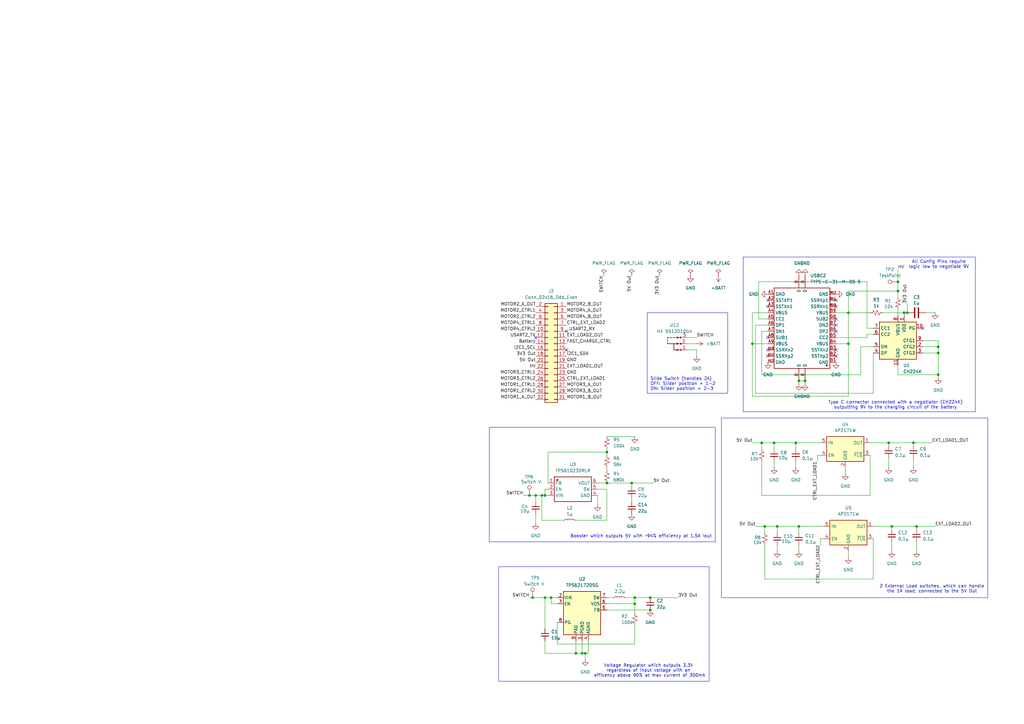
<source format=kicad_sch>
(kicad_sch (version 20250114) (generator "eeschema") (generator_version "9.0")
  (paper "A3")
  (title_block (title "EEE3088F Power Project for Group 37") (date "2025-03-27") (rev "v3.0") (company "University of Cape Town") (comment 4 "@ Author: Anna Lukose"))
  (lib_symbols
    (symbol "Connector:TestPoint" (pin_numbers (hide yes)) (pin_names (offset 0.762) (hide yes))
      (property "Reference" "TP" (at 0 6.858 0))
      (property "Value" "TestPoint" (at 0 5.08 0))
      (symbol "TestPoint_0_1"
        (circle (center 0 3.302) (radius 0.762))
      )
      (symbol "TestPoint_1_1"
        (pin passive line (at 0 0 90) (length 2.54) (name "1") (number "1"))
      )
    )
    (symbol "Connector_Generic:Conn_02x16_Odd_Even" (pin_names (offset 1.016) (hide yes))
      (property "Reference" "J" (at 1.27 20.32 0))
      (property "Value" "Conn_02x16_Odd_Even" (at 1.27 -22.86 0))
      (symbol "Conn_02x16_Odd_Even_1_1"
        (rectangle (start -1.27 19.05) (end 3.81 -21.59) (stroke (width 0.254)) (fill (type background)))
        (rectangle (start -1.27 17.907) (end 0 17.653) (stroke (width 0.1524)))
        (rectangle (start -1.27 15.367) (end 0 15.113) (stroke (width 0.1524)))
        (rectangle (start -1.27 12.827) (end 0 12.573) (stroke (width 0.1524)))
        (rectangle (start -1.27 10.287) (end 0 10.033) (stroke (width 0.1524)))
        (rectangle (start -1.27 7.747) (end 0 7.493) (stroke (width 0.1524)))
        (rectangle (start -1.27 5.207) (end 0 4.953) (stroke (width 0.1524)))
        (rectangle (start -1.27 2.667) (end 0 2.413) (stroke (width 0.1524)))
        (rectangle (start -1.27 0.127) (end 0 -0.127) (stroke (width 0.1524)))
        (rectangle (start -1.27 -2.413) (end 0 -2.667) (stroke (width 0.1524)))
        (rectangle (start -1.27 -4.953) (end 0 -5.207) (stroke (width 0.1524)))
        (rectangle (start -1.27 -7.493) (end 0 -7.747) (stroke (width 0.1524)))
        (rectangle (start -1.27 -10.033) (end 0 -10.287) (stroke (width 0.1524)))
        (rectangle (start -1.27 -12.573) (end 0 -12.827) (stroke (width 0.1524)))
        (rectangle (start -1.27 -15.113) (end 0 -15.367) (stroke (width 0.1524)))
        (rectangle (start -1.27 -17.653) (end 0 -17.907) (stroke (width 0.1524)))
        (rectangle (start -1.27 -20.193) (end 0 -20.447) (stroke (width 0.1524)))
        (rectangle (start 3.81 17.907) (end 2.54 17.653) (stroke (width 0.1524)))
        (rectangle (start 3.81 15.367) (end 2.54 15.113) (stroke (width 0.1524)))
        (rectangle (start 3.81 12.827) (end 2.54 12.573) (stroke (width 0.1524)))
        (rectangle (start 3.81 10.287) (end 2.54 10.033) (stroke (width 0.1524)))
        (rectangle (start 3.81 7.747) (end 2.54 7.493) (stroke (width 0.1524)))
        (rectangle (start 3.81 5.207) (end 2.54 4.953) (stroke (width 0.1524)))
        (rectangle (start 3.81 2.667) (end 2.54 2.413) (stroke (width 0.1524)))
        (rectangle (start 3.81 0.127) (end 2.54 -0.127) (stroke (width 0.1524)))
        (rectangle (start 3.81 -2.413) (end 2.54 -2.667) (stroke (width 0.1524)))
        (rectangle (start 3.81 -4.953) (end 2.54 -5.207) (stroke (width 0.1524)))
        (rectangle (start 3.81 -7.493) (end 2.54 -7.747) (stroke (width 0.1524)))
        (rectangle (start 3.81 -10.033) (end 2.54 -10.287) (stroke (width 0.1524)))
        (rectangle (start 3.81 -12.573) (end 2.54 -12.827) (stroke (width 0.1524)))
        (rectangle (start 3.81 -15.113) (end 2.54 -15.367) (stroke (width 0.1524)))
        (rectangle (start 3.81 -17.653) (end 2.54 -17.907) (stroke (width 0.1524)))
        (rectangle (start 3.81 -20.193) (end 2.54 -20.447) (stroke (width 0.1524)))
        (pin passive line (at -5.08 17.78 0) (length 3.81) (name "Pin_1") (number "1"))
        (pin passive line (at -5.08 15.24 0) (length 3.81) (name "Pin_3") (number "3"))
        (pin passive line (at -5.08 12.7 0) (length 3.81) (name "Pin_5") (number "5"))
        (pin passive line (at -5.08 10.16 0) (length 3.81) (name "Pin_7") (number "7"))
        (pin passive line (at -5.08 7.62 0) (length 3.81) (name "Pin_9") (number "9"))
        (pin passive line (at -5.08 5.08 0) (length 3.81) (name "Pin_11") (number "11"))
        (pin passive line (at -5.08 2.54 0) (length 3.81) (name "Pin_13") (number "13"))
        (pin passive line (at -5.08 0 0) (length 3.81) (name "Pin_15") (number "15"))
        (pin passive line (at -5.08 -2.54 0) (length 3.81) (name "Pin_17") (number "17"))
        (pin passive line (at -5.08 -5.08 0) (length 3.81) (name "Pin_19") (number "19"))
        (pin passive line (at -5.08 -7.62 0) (length 3.81) (name "Pin_21") (number "21"))
        (pin passive line (at -5.08 -10.16 0) (length 3.81) (name "Pin_23") (number "23"))
        (pin passive line (at -5.08 -12.7 0) (length 3.81) (name "Pin_25") (number "25"))
        (pin passive line (at -5.08 -15.24 0) (length 3.81) (name "Pin_27") (number "27"))
        (pin passive line (at -5.08 -17.78 0) (length 3.81) (name "Pin_29") (number "29"))
        (pin passive line (at -5.08 -20.32 0) (length 3.81) (name "Pin_31") (number "31"))
        (pin passive line (at 7.62 17.78 180) (length 3.81) (name "Pin_2") (number "2"))
        (pin passive line (at 7.62 15.24 180) (length 3.81) (name "Pin_4") (number "4"))
        (pin passive line (at 7.62 12.7 180) (length 3.81) (name "Pin_6") (number "6"))
        (pin passive line (at 7.62 10.16 180) (length 3.81) (name "Pin_8") (number "8"))
        (pin passive line (at 7.62 7.62 180) (length 3.81) (name "Pin_10") (number "10"))
        (pin passive line (at 7.62 5.08 180) (length 3.81) (name "Pin_12") (number "12"))
        (pin passive line (at 7.62 2.54 180) (length 3.81) (name "Pin_14") (number "14"))
        (pin passive line (at 7.62 0 180) (length 3.81) (name "Pin_16") (number "16"))
        (pin passive line (at 7.62 -2.54 180) (length 3.81) (name "Pin_18") (number "18"))
        (pin passive line (at 7.62 -5.08 180) (length 3.81) (name "Pin_20") (number "20"))
        (pin passive line (at 7.62 -7.62 180) (length 3.81) (name "Pin_22") (number "22"))
        (pin passive line (at 7.62 -10.16 180) (length 3.81) (name "Pin_24") (number "24"))
        (pin passive line (at 7.62 -12.7 180) (length 3.81) (name "Pin_26") (number "26"))
        (pin passive line (at 7.62 -15.24 180) (length 3.81) (name "Pin_28") (number "28"))
        (pin passive line (at 7.62 -17.78 180) (length 3.81) (name "Pin_30") (number "30"))
        (pin passive line (at 7.62 -20.32 180) (length 3.81) (name "Pin_32") (number "32"))
      )
    )
    (symbol "Device:C" (pin_numbers (hide yes)) (pin_names (offset 0.254))
      (property "Reference" "C" (at 0.635 2.54 0))
      (property "Value" "C" (at 0.635 -2.54 0))
      (symbol "C_0_1"
        (polyline (pts (xy -2.032 0.762) (xy 2.032 0.762)) (stroke (width 0.508)))
        (polyline (pts (xy -2.032 -0.762) (xy 2.032 -0.762)) (stroke (width 0.508)))
      )
      (symbol "C_1_1"
        (pin passive line (at 0 3.81 270) (length 2.794) (name "~") (number "1"))
        (pin passive line (at 0 -3.81 90) (length 2.794) (name "~") (number "2"))
      )
    )
    (symbol "Device:C_Small" (pin_numbers (hide yes)) (pin_names (offset 0.254) (hide yes))
      (property "Reference" "C" (at 0.254 1.778 0))
      (property "Value" "C_Small" (at 0.254 -2.032 0))
      (symbol "C_Small_0_1"
        (polyline (pts (xy -1.524 0.508) (xy 1.524 0.508)) (stroke (width 0.3048)))
        (polyline (pts (xy -1.524 -0.508) (xy 1.524 -0.508)) (stroke (width 0.3302)))
      )
      (symbol "C_Small_1_1"
        (pin passive line (at 0 2.54 270) (length 2.032) (name "~") (number "1"))
        (pin passive line (at 0 -2.54 90) (length 2.032) (name "~") (number "2"))
      )
    )
    (symbol "Device:L_Small" (pin_numbers (hide yes)) (pin_names (offset 0.254) (hide yes))
      (property "Reference" "L" (at 0.762 1.016 0))
      (property "Value" "L_Small" (at 0.762 -1.016 0))
      (symbol "L_Small_0_1"
        (arc (start 0 2.032) (mid 0.5058 1.524) (end 0 1.016))
        (arc (start 0 1.016) (mid 0.5058 0.508) (end 0 0))
        (arc (start 0 0) (mid 0.5058 -0.508) (end 0 -1.016))
        (arc (start 0 -1.016) (mid 0.5058 -1.524) (end 0 -2.032))
      )
      (symbol "L_Small_1_1"
        (pin passive line (at 0 2.54 270) (length 0.508) (name "~") (number "1"))
        (pin passive line (at 0 -2.54 90) (length 0.508) (name "~") (number "2"))
      )
    )
    (symbol "Device:R_Small_US" (pin_numbers (hide yes)) (pin_names (offset 0.254) (hide yes))
      (property "Reference" "R" (at 0.762 0.508 0))
      (property "Value" "R_Small_US" (at 0.762 -1.016 0))
      (symbol "R_Small_US_1_1"
        (polyline (pts (xy 0 1.524) (xy 1.016 1.143) (xy 0 0.762) (xy -1.016 0.381) (xy 0 0)))
        (polyline (pts (xy 0 0) (xy 1.016 -0.381) (xy 0 -0.762) (xy -1.016 -1.143) (xy 0 -1.524)))
        (pin passive line (at 0 2.54 270) (length 1.016) (name "~") (number "1"))
        (pin passive line (at 0 -2.54 90) (length 1.016) (name "~") (number "2"))
      )
    )
    (symbol "Interface_USB:CH224K"
      (property "Reference" "U" (at -7.874 -8.89 0))
      (property "Value" "CH224K" (at 3.048 -8.89 0))
      (symbol "CH224K_1_1"
        (rectangle (start -7.62 7.62) (end 7.62 -7.62) (stroke (width 0.254)) (fill (type background)))
        (pin bidirectional line (at -10.16 5.08 0) (length 2.54) (name "CC1") (number "7"))
        (pin bidirectional line (at -10.16 2.54 0) (length 2.54) (name "CC2") (number "6"))
        (pin bidirectional line (at -10.16 -2.54 0) (length 2.54) (name "DM") (number "5"))
        (pin bidirectional line (at -10.16 -5.08 0) (length 2.54) (name "DP") (number "4"))
        (pin passive line (at 0 10.16 270) (length 2.54) (name "VBUS") (number "8"))
        (pin power_in line (at 0 -10.16 90) (length 2.54) (name "GND") (number "11"))
        (pin power_in line (at 2.54 10.16 270) (length 2.54) (name "VDD") (number "1"))
        (pin open_collector line (at 10.16 5.08 180) (length 2.54) (name "PG") (number "10"))
        (pin passive line (at 10.16 0 180) (length 2.54) (name "CFG1") (number "9"))
        (pin passive line (at 10.16 -2.54 180) (length 2.54) (name "CFG2") (number "2"))
        (pin passive line (at 10.16 -5.08 180) (length 2.54) (name "CFG3") (number "3"))
      )
    )
    (symbol "Power_Management:AP2171W"
      (property "Reference" "U" (at -7.62 -6.35 0))
      (property "Value" "AP2171W" (at -7.62 6.35 0))
      (symbol "AP2171W_0_1"
        (rectangle (start -7.62 5.08) (end 7.62 -5.08) (stroke (width 0.254)) (fill (type background)))
      )
      (symbol "AP2171W_1_1"
        (pin power_in line (at -10.16 2.54 0) (length 2.54) (name "IN") (number "5"))
        (pin input line (at -10.16 -2.54 0) (length 2.54) (name "EN") (number "4"))
        (pin power_in line (at 0 -7.62 90) (length 2.54) (name "GND") (number "2"))
        (pin power_out line (at 10.16 2.54 180) (length 2.54) (name "OUT") (number "1"))
        (pin open_collector line (at 10.16 -2.54 180) (length 2.54) (name "~{FLG}") (number "3"))
      )
    )
    (symbol "Regulator_Switching:TPS62172DSG" (pin_names (offset 0.254))
      (property "Reference" "U" (at -7.62 11.43 0))
      (property "Value" "TPS62172DSG" (at -1.27 11.43 0))
      (symbol "TPS62172DSG_0_1"
        (rectangle (start -7.62 10.16) (end 7.62 -7.62) (stroke (width 0.254)) (fill (type background)))
      )
      (symbol "TPS62172DSG_1_1"
        (pin power_in line (at -10.16 7.62 0) (length 2.54) (name "VIN") (number "2"))
        (pin input line (at -10.16 5.08 0) (length 2.54) (name "EN") (number "3"))
        (pin open_collector line (at -10.16 -2.54 0) (length 2.54) (name "PG") (number "8"))
        (pin power_in line (at -2.54 -10.16 90) (length 2.54) (name "PAD") (number "9"))
        (pin power_in line (at 0 -10.16 90) (length 2.54) (name "PGND") (number "1"))
        (pin power_in line (at 2.54 -10.16 90) (length 2.54) (name "AGND") (number "4"))
        (pin output line (at 10.16 7.62 180) (length 2.54) (name "SW") (number "7"))
        (pin input line (at 10.16 5.08 180) (length 2.54) (name "VOS") (number "6"))
        (pin input line (at 10.16 2.54 180) (length 2.54) (name "FB") (number "5"))
      )
    )
    (symbol "SCHLIB_HX-SS12D10G4_2025-03-27:HX SS12D10G4"
      (property "Reference" "U?" (at 0 0 0))
      (property "Value" "HX SS12D10G4" (at 0 0 0))
      (symbol "HX SS12D10G4_0_0"
        (polyline (pts (xy -3.048 2.54) (xy -2.54 2.54)) (stroke (width 0.254)))
        (polyline (pts (xy -3.048 2.032) (xy -3.048 2.54)) (stroke (width 0.254)))
        (polyline (pts (xy -3.048 1.016) (xy -3.048 1.524)) (stroke (width 0.254)))
        (polyline (pts (xy -3.048 0) (xy -3.048 0.508)) (stroke (width 0.254)))
        (polyline (pts (xy -2.032 2.54) (xy -1.27 2.54)) (stroke (width 0.254)))
        (polyline (pts (xy -0.762 2.54) (xy 0 2.54)) (stroke (width 0.254)))
        (polyline (pts (xy -0.508 0) (xy -3.048 0)) (stroke (width 0.254)))
        (polyline (pts (xy 0.508 2.54) (xy 1.27 2.54)) (stroke (width 0.254)))
        (polyline (pts (xy 1.27 2.54) (xy 1.524 2.54)) (stroke (width 0.254)))
        (polyline (pts (xy 1.524 2.54) (xy 0.762 2.794)) (stroke (width 0.254)))
        (polyline (pts (xy 1.524 2.54) (xy 0.762 2.286)) (stroke (width 0.254)))
        (polyline (pts (xy 1.524 0) (xy 0.762 0.254)) (stroke (width 0.254)))
        (polyline (pts (xy 1.524 0) (xy 0.762 -0.254)) (stroke (width 0.254)))
        (polyline (pts (xy 1.524 -2.54) (xy 0.762 -2.286)) (stroke (width 0.254)))
        (polyline (pts (xy 1.524 -2.54) (xy 0.762 -2.794)) (stroke (width 0.254)))
        (polyline (pts (xy 1.524 -2.54) (xy -0.508 -2.54) (xy -0.508 0) (xy 1.524 0)) (stroke (width 0.254)))
        (circle (center 2.286 2.54) (radius 0.254) (stroke (width 0.254)))
        (circle (center 2.286 0) (radius 0.254) (stroke (width 0.254)))
        (circle (center 2.286 -2.54) (radius 0.254) (stroke (width 0.254)))
        (pin unspecified line (at 5.08 2.54 180) (length 2.54) (name "3") (number "3"))
        (pin unspecified line (at 5.08 0 180) (length 3.048) (name "2") (number "2"))
        (pin unspecified line (at 5.08 -2.54 180) (length 2.54) (name "1") (number "1"))
      )
    )
    (symbol "SCHLIB_TPS61023DRLR_2025-03-27:TPS61023DRLR"
      (property "Reference" "U?" (at 0 0 0))
      (property "Value" "TPS61023DRLR" (at 0 0 0))
      (symbol "TPS61023DRLR_0_0"
        (rectangle (start -7.62 5.08) (end 7.62 -5.08) (stroke (width 0.254)))
        (circle (center -6.35 3.81) (radius 0.254) (stroke (width 0.254)) (fill (type outline)))
        (pin unspecified line (at -10.16 2.54 0) (length 2.54) (name "FB") (number "1"))
        (pin unspecified line (at -10.16 0 0) (length 2.54) (name "EN") (number "2"))
        (pin unspecified line (at -10.16 -2.54 0) (length 2.54) (name "VIN") (number "3"))
        (pin unspecified line (at 10.16 2.54 180) (length 2.54) (name "VOUT") (number "6"))
        (pin unspecified line (at 10.16 0 180) (length 2.54) (name "SW") (number "5"))
        (pin unspecified line (at 10.16 -2.54 180) (length 2.54) (name "GND") (number "4"))
      )
    )
    (symbol "SCHLIB_TYPE-C-31-M-05-5_2025-03-28:TYPE-C-31-M-05 5"
      (property "Reference" "USBC?" (at 0 0 0))
      (property "Value" "TYPE-C-31-M-05 5" (at 0 0 0))
      (symbol "TYPE-C-31-M-05 5_0_0"
        (rectangle (start -11.43 16.51) (end 11.43 -16.51) (stroke (width 0.254)))
        (circle (center 10.16 -15.24) (radius 0.254) (stroke (width 0.254)) (fill (type outline)))
        (pin unspecified line (at -13.97 13.97 0) (length 2.54) (name "GND") (number "A1"))
        (pin unspecified line (at -13.97 11.43 0) (length 2.54) (name "SSTXP1") (number "A2"))
        (pin unspecified line (at -13.97 8.89 0) (length 2.54) (name "SSTXn1") (number "A3"))
        (pin unspecified line (at -13.97 6.35 0) (length 2.54) (name "VBUS") (number "A4"))
        (pin unspecified line (at -13.97 3.81 0) (length 2.54) (name "CC1") (number "A5"))
        (pin unspecified line (at -13.97 1.27 0) (length 2.54) (name "DP1") (number "A6"))
        (pin unspecified line (at -13.97 -1.27 0) (length 2.54) (name "DN1") (number "A7"))
        (pin unspecified line (at -13.97 -3.81 0) (length 2.54) (name "SUB1") (number "A8"))
        (pin unspecified line (at -13.97 -6.35 0) (length 2.54) (name "VBUS") (number "A9"))
        (pin unspecified line (at -13.97 -8.89 0) (length 2.54) (name "SSRXn2") (number "A10"))
        (pin unspecified line (at -13.97 -11.43 0) (length 2.54) (name "SSRXp2") (number "A11"))
        (pin unspecified line (at -13.97 -13.97 0) (length 2.54) (name "GND") (number "A12"))
        (pin unspecified line (at -1.27 21.59 270) (length 5.08) (name "0") (number "0"))
        (pin unspecified line (at -1.27 -21.59 90) (length 5.08) (name "0") (number "0"))
        (pin unspecified line (at 1.27 21.59 270) (length 5.08) (name "0") (number "0"))
        (pin unspecified line (at 1.27 -21.59 90) (length 5.08) (name "0") (number "0"))
        (pin unspecified line (at 13.97 13.97 180) (length 2.54) (name "GND") (number "B12"))
        (pin unspecified line (at 13.97 11.43 180) (length 2.54) (name "SSRXp1") (number "B11"))
        (pin unspecified line (at 13.97 8.89 180) (length 2.54) (name "SSRXn1") (number "B10"))
        (pin unspecified line (at 13.97 6.35 180) (length 2.54) (name "VBUS") (number "B9"))
        (pin unspecified line (at 13.97 3.81 180) (length 2.54) (name "SUB2") (number "B8"))
        (pin unspecified line (at 13.97 1.27 180) (length 2.54) (name "DN2") (number "B7"))
        (pin unspecified line (at 13.97 -1.27 180) (length 2.54) (name "DP2") (number "B6"))
        (pin unspecified line (at 13.97 -3.81 180) (length 2.54) (name "CC2") (number "B5"))
        (pin unspecified line (at 13.97 -6.35 180) (length 2.54) (name "VBUS") (number "B4"))
        (pin unspecified line (at 13.97 -8.89 180) (length 2.54) (name "SSTXn2") (number "B3"))
        (pin unspecified line (at 13.97 -11.43 180) (length 2.54) (name "SSTXp2") (number "B2"))
        (pin unspecified line (at 13.97 -13.97 180) (length 2.54) (name "GND") (number "B1"))
      )
    )
    (symbol "power:+BATT" (power) (pin_numbers (hide yes)) (pin_names (offset 0) (hide yes))
      (property "Value" "+BATT" (at 0 3.556 0))
      (symbol "+BATT_0_1"
        (polyline (pts (xy -0.762 1.27) (xy 0 2.54)))
        (polyline (pts (xy 0 2.54) (xy 0.762 1.27)))
        (polyline (pts (xy 0 0) (xy 0 2.54)))
      )
      (symbol "+BATT_1_1"
        (pin power_in line (at 0 0 90) (length 0) (name "~") (number "1"))
      )
    )
    (symbol "power:GND" (power) (pin_numbers (hide yes)) (pin_names (offset 0) (hide yes))
      (property "Value" "GND" (at 0 -3.81 0))
      (symbol "GND_0_1"
        (polyline (pts (xy 0 0) (xy 0 -1.27) (xy 1.27 -1.27) (xy 0 -2.54) (xy -1.27 -1.27) (xy 0 -1.27)))
      )
      (symbol "GND_1_1"
        (pin power_in line (at 0 0 270) (length 0) (name "~") (number "1"))
      )
    )
    (symbol "power:PWR_FLAG" (power) (pin_numbers (hide yes)) (pin_names (offset 0) (hide yes))
      (property "Value" "PWR_FLAG" (at 0 3.81 0))
      (symbol "PWR_FLAG_0_0"
        (pin power_out line (at 0 0 90) (length 0) (name "~") (number "1"))
      )
      (symbol "PWR_FLAG_0_1"
        (polyline (pts (xy 0 0) (xy 0 1.27) (xy -1.016 1.905) (xy 0 2.54) (xy 1.016 1.905) (xy 0 1.27)))
      )
    )
  )
  (rectangle (start 265.43 128.27) (end 298.45 161.29))
  (rectangle (start 295.91 171.45) (end 405.13 245.11))
  (rectangle (start 200.66 175.26) (end 293.37 222.25))
  (rectangle (start 304.8 105.41) (end 400.05 168.91))
  (rectangle (start 204.47 232.41) (end 290.83 279.4))
  (text "Voltage Regulator which outputs 3.3V \nregardless of input voltage with an \nefficency above 90% at max current of 300mA" (at 266.446 275.082 0) (effects (font (size 1.27 1.27))))
  (text "All Config Pins require\nlogic low to negotiate 9V" (at 385.064 108.458 0) (effects (font (size 1.27 1.27))))
  (text "Type C connector connected with a negotiator (CH224K)\noutputting 9V to the charging circuit of the battery\n" (at 367.284 166.116 0) (effects (font (size 1.27 1.27))))
  (text "Slide Switch (handles 2A)\nOFF: Slider position = 1-2\nON: Slider position = 2-3" (at 266.7 157.48 0) (effects (font (size 1.27 1.27)) (justify left)))
  (text "2 External Load switches, which can handle\nthe 1A load, connected to the 5V Out" (at 382.27 241.554 0) (effects (font (size 1.27 1.27))))
  (text "Booster which outputs 5V with ~94% efficiency at 1.5A Iout" (at 262.89 219.964 0) (effects (font (size 1.27 1.27))))
  (junction (at 260.35 247.65))
  (junction (at 368.3 115.57))
  (junction (at 219.71 203.2))
  (junction (at 375.92 215.9))
  (junction (at 372.11 128.27))
  (junction (at 347.98 140.97))
  (junction (at 236.22 267.97))
  (junction (at 218.44 245.11))
  (junction (at 368.3 119.38))
  (junction (at 238.76 267.97))
  (junction (at 248.92 185.42))
  (junction (at 226.06 245.11))
  (junction (at 317.5 181.61))
  (junction (at 318.77 215.9))
  (junction (at 327.66 156.21))
  (junction (at 217.17 203.2))
  (junction (at 312.42 181.61))
  (junction (at 266.7 245.11))
  (junction (at 365.76 215.9))
  (junction (at 222.25 203.2))
  (junction (at 330.2 156.21))
  (junction (at 308.61 140.97))
  (junction (at 384.81 142.24))
  (junction (at 374.65 181.61))
  (junction (at 326.39 181.61))
  (junction (at 384.81 144.78))
  (junction (at 370.84 128.27))
  (junction (at 240.03 267.97))
  (junction (at 260.35 245.11))
  (junction (at 364.49 181.61))
  (junction (at 259.08 198.12))
  (junction (at 313.69 215.9))
  (junction (at 266.7 250.19))
  (junction (at 248.92 198.12))
  (junction (at 223.52 245.11))
  (junction (at 223.52 203.2))
  (junction (at 384.81 153.67))
  (junction (at 327.66 215.9))
  (junction (at 347.98 128.27))
  (no_connect (at 342.9 143.51))
  (no_connect (at 314.96 125.73))
  (no_connect (at 232.41 143.51))
  (no_connect (at 219.71 138.43))
  (no_connect (at 314.96 146.05))
  (no_connect (at 342.9 125.73))
  (no_connect (at 314.96 138.43))
  (no_connect (at 342.9 130.81))
  (no_connect (at 342.9 135.89))
  (no_connect (at 342.9 123.19))
  (no_connect (at 314.96 143.51))
  (no_connect (at 314.96 123.19))
  (no_connect (at 378.46 134.62))
  (no_connect (at 342.9 133.35))
  (no_connect (at 342.9 146.05))
  (no_connect (at 232.41 135.89))
  (wire (pts (xy 248.92 184.15) (xy 248.92 185.42)))
  (wire (pts (xy 236.22 267.97) (xy 238.76 267.97)))
  (wire (pts (xy 223.52 262.89) (xy 223.52 267.97)))
  (wire (pts (xy 346.71 191.77) (xy 346.71 194.31)))
  (wire (pts (xy 355.6 115.57) (xy 311.15 115.57)))
  (wire (pts (xy 314.96 133.35) (xy 309.88 133.35)))
  (wire (pts (xy 238.76 267.97) (xy 240.03 267.97)))
  (wire (pts (xy 219.71 203.2) (xy 222.25 203.2)))
  (wire (pts (xy 364.49 182.88) (xy 364.49 181.61)))
  (wire (pts (xy 365.76 222.25) (xy 365.76 226.06)))
  (wire (pts (xy 217.17 203.2) (xy 219.71 203.2)))
  (wire (pts (xy 224.79 185.42) (xy 248.92 185.42)))
  (wire (pts (xy 384.81 153.67) (xy 384.81 154.94)))
  (wire (pts (xy 368.3 127) (xy 368.3 129.54)))
  (wire (pts (xy 337.82 220.98) (xy 336.55 220.98)))
  (wire (pts (xy 248.92 191.77) (xy 248.92 193.04)))
  (wire (pts (xy 281.94 140.97) (xy 285.75 140.97)))
  (wire (pts (xy 260.35 256.54) (xy 260.35 264.16)))
  (wire (pts (xy 312.42 181.61) (xy 312.42 184.15)))
  (wire (pts (xy 311.15 115.57) (xy 311.15 130.81)))
  (wire (pts (xy 245.11 198.12) (xy 248.92 198.12)))
  (wire (pts (xy 375.92 215.9) (xy 375.92 217.17)))
  (wire (pts (xy 223.52 245.11) (xy 223.52 257.81)))
  (wire (pts (xy 312.42 153.67) (xy 353.06 153.67)))
  (wire (pts (xy 245.11 203.2) (xy 245.11 207.01)))
  (wire (pts (xy 313.69 215.9) (xy 318.77 215.9)))
  (wire (pts (xy 378.46 139.7) (xy 384.81 139.7)))
  (wire (pts (xy 313.69 223.52) (xy 313.69 237.49)))
  (wire (pts (xy 281.94 138.43) (xy 285.75 138.43)))
  (wire (pts (xy 384.81 139.7) (xy 384.81 142.24)))
  (wire (pts (xy 342.9 140.97) (xy 347.98 140.97)))
  (wire (pts (xy 308.61 140.97) (xy 314.96 140.97)))
  (wire (pts (xy 361.95 128.27) (xy 370.84 128.27)))
  (wire (pts (xy 248.92 198.12) (xy 259.08 198.12)))
  (wire (pts (xy 309.88 133.35) (xy 309.88 161.29)))
  (wire (pts (xy 358.14 215.9) (xy 365.76 215.9)))
  (wire (pts (xy 347.98 119.38) (xy 368.3 119.38)))
  (wire (pts (xy 241.3 267.97) (xy 240.03 267.97)))
  (wire (pts (xy 248.92 185.42) (xy 248.92 186.69)))
  (wire (pts (xy 378.46 144.78) (xy 384.81 144.78)))
  (wire (pts (xy 224.79 200.66) (xy 223.52 200.66)))
  (wire (pts (xy 336.55 186.69) (xy 335.28 186.69)))
  (wire (pts (xy 248.92 245.11) (xy 251.46 245.11)))
  (wire (pts (xy 248.92 247.65) (xy 260.35 247.65)))
  (wire (pts (xy 355.6 134.62) (xy 355.6 115.57)))
  (wire (pts (xy 311.15 130.81) (xy 314.96 130.81)))
  (wire (pts (xy 353.06 153.67) (xy 353.06 142.24)))
  (wire (pts (xy 313.69 237.49) (xy 358.14 237.49)))
  (wire (pts (xy 370.84 128.27) (xy 370.84 129.54)))
  (wire (pts (xy 223.52 200.66) (xy 223.52 203.2)))
  (wire (pts (xy 313.69 215.9) (xy 313.69 218.44)))
  (wire (pts (xy 308.61 181.61) (xy 312.42 181.61)))
  (wire (pts (xy 327.66 156.21) (xy 330.2 156.21)))
  (wire (pts (xy 317.5 191.77) (xy 317.5 189.23)))
  (wire (pts (xy 347.98 140.97) (xy 347.98 128.27)))
  (wire (pts (xy 368.3 153.67) (xy 384.81 153.67)))
  (wire (pts (xy 228.6 264.16) (xy 228.6 255.27)))
  (wire (pts (xy 358.14 237.49) (xy 358.14 220.98)))
  (wire (pts (xy 326.39 181.61) (xy 336.55 181.61)))
  (wire (pts (xy 236.22 213.36) (xy 248.92 213.36)))
  (wire (pts (xy 374.65 181.61) (xy 374.65 182.88)))
  (wire (pts (xy 318.77 226.06) (xy 318.77 223.52)))
  (wire (pts (xy 368.3 149.86) (xy 368.3 153.67)))
  (wire (pts (xy 326.39 191.77) (xy 326.39 189.23)))
  (wire (pts (xy 308.61 140.97) (xy 308.61 162.56)))
  (wire (pts (xy 374.65 191.77) (xy 374.65 187.96)))
  (wire (pts (xy 317.5 181.61) (xy 326.39 181.61)))
  (wire (pts (xy 336.55 220.98) (xy 336.55 223.52)))
  (wire (pts (xy 353.06 142.24) (xy 358.14 142.24)))
  (wire (pts (xy 214.63 203.2) (xy 217.17 203.2)))
  (wire (pts (xy 260.35 247.65) (xy 260.35 251.46)))
  (wire (pts (xy 384.81 142.24) (xy 384.81 144.78)))
  (wire (pts (xy 312.42 189.23) (xy 312.42 203.2)))
  (wire (pts (xy 335.28 186.69) (xy 335.28 189.23)))
  (wire (pts (xy 355.6 137.16) (xy 355.6 138.43)))
  (wire (pts (xy 383.54 128.27) (xy 379.73 128.27)))
  (wire (pts (xy 327.66 226.06) (xy 327.66 223.52)))
  (wire (pts (xy 248.92 200.66) (xy 245.11 200.66)))
  (wire (pts (xy 314.96 135.89) (xy 312.42 135.89)))
  (wire (pts (xy 368.3 110.49) (xy 368.3 115.57)))
  (wire (pts (xy 347.98 128.27) (xy 347.98 119.38)))
  (wire (pts (xy 281.94 143.51) (xy 285.75 143.51)))
  (wire (pts (xy 259.08 198.12) (xy 267.97 198.12)))
  (wire (pts (xy 318.77 218.44) (xy 318.77 215.9)))
  (wire (pts (xy 228.6 247.65) (xy 226.06 247.65)))
  (wire (pts (xy 312.42 181.61) (xy 317.5 181.61)))
  (wire (pts (xy 317.5 184.15) (xy 317.5 181.61)))
  (wire (pts (xy 374.65 181.61) (xy 382.27 181.61)))
  (wire (pts (xy 223.52 245.11) (xy 226.06 245.11)))
  (wire (pts (xy 223.52 267.97) (xy 236.22 267.97)))
  (wire (pts (xy 378.46 142.24) (xy 384.81 142.24)))
  (wire (pts (xy 238.76 262.89) (xy 238.76 267.97)))
  (wire (pts (xy 256.54 245.11) (xy 260.35 245.11)))
  (wire (pts (xy 226.06 247.65) (xy 226.06 245.11)))
  (wire (pts (xy 326.39 184.15) (xy 326.39 181.61)))
  (wire (pts (xy 347.98 226.06) (xy 347.98 228.6)))
  (wire (pts (xy 327.66 157.48) (xy 327.66 156.21)))
  (wire (pts (xy 259.08 205.74) (xy 259.08 204.47)))
  (wire (pts (xy 314.96 128.27) (xy 308.61 128.27)))
  (wire (pts (xy 285.75 143.51) (xy 285.75 146.05)))
  (wire (pts (xy 364.49 187.96) (xy 364.49 191.77)))
  (wire (pts (xy 384.81 144.78) (xy 384.81 153.67)))
  (wire (pts (xy 368.3 119.38) (xy 368.3 121.92)))
  (wire (pts (xy 312.42 203.2) (xy 356.87 203.2)))
  (wire (pts (xy 241.3 262.89) (xy 241.3 267.97)))
  (wire (pts (xy 372.11 124.46) (xy 372.11 128.27)))
  (wire (pts (xy 223.52 203.2) (xy 224.79 203.2)))
  (wire (pts (xy 309.88 215.9) (xy 313.69 215.9)))
  (wire (pts (xy 308.61 162.56) (xy 347.98 162.56)))
  (wire (pts (xy 222.25 203.2) (xy 223.52 203.2)))
  (wire (pts (xy 327.66 215.9) (xy 337.82 215.9)))
  (wire (pts (xy 217.17 245.11) (xy 218.44 245.11)))
  (wire (pts (xy 356.87 181.61) (xy 364.49 181.61)))
  (wire (pts (xy 375.92 226.06) (xy 375.92 222.25)))
  (wire (pts (xy 356.87 203.2) (xy 356.87 186.69)))
  (wire (pts (xy 327.66 218.44) (xy 327.66 215.9)))
  (wire (pts (xy 226.06 245.11) (xy 228.6 245.11)))
  (wire (pts (xy 347.98 162.56) (xy 347.98 140.97)))
  (wire (pts (xy 218.44 245.11) (xy 223.52 245.11)))
  (wire (pts (xy 368.3 115.57) (xy 368.3 119.38)))
  (wire (pts (xy 219.71 210.82) (xy 219.71 214.63)))
  (wire (pts (xy 364.49 181.61) (xy 374.65 181.61)))
  (wire (pts (xy 260.35 245.11) (xy 260.35 247.65)))
  (wire (pts (xy 342.9 138.43) (xy 355.6 138.43)))
  (wire (pts (xy 266.7 245.11) (xy 278.13 245.11)))
  (wire (pts (xy 240.03 267.97) (xy 240.03 270.51)))
  (wire (pts (xy 260.35 264.16) (xy 228.6 264.16)))
  (wire (pts (xy 248.92 179.07) (xy 260.35 179.07)))
  (wire (pts (xy 318.77 215.9) (xy 327.66 215.9)))
  (wire (pts (xy 358.14 144.78) (xy 358.14 161.29)))
  (wire (pts (xy 219.71 203.2) (xy 219.71 205.74)))
  (wire (pts (xy 358.14 137.16) (xy 355.6 137.16)))
  (wire (pts (xy 248.92 250.19) (xy 266.7 250.19)))
  (wire (pts (xy 312.42 135.89) (xy 312.42 153.67)))
  (wire (pts (xy 259.08 199.39) (xy 259.08 198.12)))
  (wire (pts (xy 309.88 161.29) (xy 358.14 161.29)))
  (wire (pts (xy 375.92 215.9) (xy 383.54 215.9)))
  (wire (pts (xy 224.79 198.12) (xy 224.79 185.42)))
  (wire (pts (xy 358.14 134.62) (xy 355.6 134.62)))
  (wire (pts (xy 365.76 217.17) (xy 365.76 215.9)))
  (wire (pts (xy 347.98 128.27) (xy 342.9 128.27)))
  (wire (pts (xy 308.61 128.27) (xy 308.61 140.97)))
  (wire (pts (xy 365.76 215.9) (xy 375.92 215.9)))
  (wire (pts (xy 236.22 262.89) (xy 236.22 267.97)))
  (wire (pts (xy 260.35 245.11) (xy 266.7 245.11)))
  (wire (pts (xy 372.11 128.27) (xy 370.84 128.27)))
  (wire (pts (xy 248.92 213.36) (xy 248.92 200.66)))
  (wire (pts (xy 330.2 157.48) (xy 330.2 156.21)))
  (wire (pts (xy 222.25 213.36) (xy 231.14 213.36)))
  (wire (pts (xy 222.25 203.2) (xy 222.25 213.36)))
  (wire (pts (xy 347.98 128.27) (xy 356.87 128.27)))
  (label "3V3 Out" (at 270.51 113.03 270))
  (label "MOTOR3_B_OUT" (at 232.41 161.29 0))
  (label "MOTOR2_CTRL2" (at 219.71 130.81 180))
  (label "5V Out" (at 309.88 215.9 180))
  (label "MOTOR1_CTRL1" (at 219.71 158.75 180))
  (label "MOTOR1_CTRL2" (at 219.71 161.29 180))
  (label "5V Out" (at 267.97 198.12 0))
  (label "MOTOR2_A_OUT" (at 219.71 125.73 180))
  (label "GND" (at 232.41 148.59 0))
  (label "3V3 Out" (at 278.13 245.11 0))
  (label "MOTOR1_B_OUT" (at 232.41 163.83 0))
  (label "HV" (at 219.71 151.13 180))
  (label "MOTOR4_B_OUT" (at 232.41 130.81 0))
  (label "MOTOR4_CTRL2" (at 219.71 135.89 180))
  (label "SWITCH" (at 214.63 203.2 180))
  (label "EXT_LOAD1_OUT" (at 382.27 181.61 0))
  (label "CTRL_EXT_LOAD2" (at 232.41 133.35 0))
  (label "GND" (at 232.41 153.67 0))
  (label "MOTOR4_CTRL1" (at 219.71 133.35 180))
  (label "FAST_CHARGE_CTRL" (at 232.41 140.97 0))
  (label "USART2_TX" (at 219.71 138.43 180))
  (label "3V3 Out" (at 219.71 146.05 180))
  (label "EXT_LOAD2_OUT" (at 383.54 215.9 0))
  (label "MOTOR2_CTRL1" (at 219.71 128.27 180))
  (label "3V3 Out" (at 372.11 124.46 90))
  (label "SWITCH" (at 217.17 245.11 180))
  (label "MOTOR2_B_OUT" (at 232.41 125.73 0))
  (label "MOTOR3_CTRL2" (at 219.71 156.21 180))
  (label "MOTOR1_A_OUT" (at 219.71 163.83 180))
  (label "5V Out" (at 259.08 113.03 270))
  (label "EXT_LOAD2_OUT" (at 232.41 138.43 0))
  (label "CTRL_EXT_LOAD1" (at 232.41 156.21 0))
  (label "HV" (at 368.3 110.49 0))
  (label "MOTOR3_CTRL1" (at 219.71 153.67 180))
  (label "Battery" (at 219.71 140.97 180))
  (label "I2C1_SCL" (at 219.71 143.51 180))
  (label "MOTOR3_A_OUT" (at 232.41 158.75 0))
  (label "CTRL_EXT_LOAD2" (at 336.55 223.52 270))
  (label "5V Out" (at 219.71 148.59 180))
  (label "I2C1_SDA" (at 232.41 146.05 0))
  (label " USART2_RX" (at 232.41 135.89 0))
  (label "CTRL_EXT_LOAD1" (at 335.28 189.23 270))
  (label "EXT_LOAD1_OUT" (at 232.41 151.13 0))
  (label "SWITCH" (at 247.65 113.03 270))
  (label "SWITCH" (at 285.75 138.43 0))
  (label "5V Out" (at 308.61 181.61 180))
  (label "MOTOR4_A_OUT" (at 232.41 128.27 0))
  (symbol (lib_id "Device:C_Small") (at 365.76 219.71 0) (unit 1)
    (property "Reference" "C12" (at 368.3 218.4462 0) (effects (justify left)))
    (property "Value" "0.1μ" (at 368.3 220.9862 0) (effects (justify left)))
    (property "Footprint" "Capacitor_SMD:C_0402_1005Metric_Pad0.74x0.62mm_HandSolder" (effects (hide yes)))
    (property "Description" "Unpolarized capacitor, small symbol" (effects (hide yes)))
    (property "LCSC" "C1525" (effects (hide yes)))
  )
  (symbol (lib_id "Device:R_Small_US") (at 368.3 124.46 180) (unit 1)
    (property "Reference" "R1" (at 364.236 123.444 0))
    (property "Value" "10k" (at 364.49 125.73 0))
    (property "Footprint" "Resistor_SMD:R_0603_1608Metric_Pad0.98x0.95mm_HandSolder" (effects (hide yes)))
    (property "Description" "Resistor, small US symbol" (effects (hide yes)))
    (property "LCSC" "C25804" (effects (hide yes)))
  )
  (symbol (lib_id "Interface_USB:CH224K") (at 368.3 139.7 0) (unit 1)
    (property "Reference" "U1" (at 370.4433 149.86 0) (effects (justify left)))
    (property "Value" "CH224K" (at 370.4433 152.4 0) (effects (justify left)))
    (property "Footprint" "Package_SO:SSOP-10-1EP_3.9x4.9mm_P1mm_EP2.1x3.3mm" (effects (hide yes)))
    (property "Datasheet" "https://www.wch.cn/downloads/file/301.html" (effects (hide yes)))
    (property "Description" "100W USB Type-C PD3.0/2.0, BC1.2 Sink Controller, SSOP-10" (effects (hide yes)))
    (property "LCSC" "C970725" (effects (hide yes)))
  )
  (symbol (lib_id "power:GND") (at 219.71 214.63 0) (unit 1)
    (property "Reference" "#PWR05" (effects (hide yes)))
    (property "Value" "GND" (at 219.71 219.71 0))
    (property "Description" "Power symbol creates a global label with name \"GND\" , ground" (effects (hide yes)))
  )
  (symbol (lib_id "Device:C_Small") (at 327.66 220.98 0) (unit 1)
    (property "Reference" "C11" (at 330.2 219.7162 0) (effects (justify left)))
    (property "Value" "0.1μ" (at 330.2 222.2562 0) (effects (justify left)))
    (property "Footprint" "Capacitor_SMD:C_0402_1005Metric_Pad0.74x0.62mm_HandSolder" (effects (hide yes)))
    (property "Description" "Unpolarized capacitor, small symbol" (effects (hide yes)))
    (property "LCSC" "C1525" (effects (hide yes)))
  )
  (symbol (lib_id "power:GND") (at 384.81 154.94 0) (unit 1)
    (property "Reference" "#PWR01" (effects (hide yes)))
    (property "Value" "GND" (at 384.81 160.02 0))
    (property "Description" "Power symbol creates a global label with name \"GND\" , ground" (effects (hide yes)))
  )
  (symbol (lib_id "Device:C_Small") (at 259.08 208.28 0) (unit 1)
    (property "Reference" "C14" (at 261.62 207.0162 0) (effects (justify left)))
    (property "Value" "22μ" (at 261.62 209.5562 0) (effects (justify left)))
    (property "Footprint" "Capacitor_SMD:C_0603_1608Metric_Pad1.08x0.95mm_HandSolder" (effects (hide yes)))
    (property "Description" "Unpolarized capacitor, small symbol" (effects (hide yes)))
    (property "LCSC" "C59461" (effects (hide yes)))
  )
  (symbol (lib_id "Device:C_Small") (at 364.49 185.42 0) (unit 1)
    (property "Reference" "C7" (at 367.03 184.1562 0) (effects (justify left)))
    (property "Value" "0.1μ" (at 367.03 186.6962 0) (effects (justify left)))
    (property "Footprint" "Capacitor_SMD:C_0402_1005Metric_Pad0.74x0.62mm_HandSolder" (effects (hide yes)))
    (property "Description" "Unpolarized capacitor, small symbol" (effects (hide yes)))
    (property "LCSC" "C1525" (effects (hide yes)))
  )
  (symbol (lib_id "Power_Management:AP2171W") (at 346.71 184.15 0) (unit 1)
    (property "Reference" "U4" (at 346.71 173.99 0))
    (property "Value" "AP2171W" (at 346.71 176.53 0))
    (property "Footprint" "Package_TO_SOT_SMD:SOT-23-5" (effects (hide yes)))
    (property "Datasheet" "https://www.diodes.com/assets/Datasheets/AP2161.pdf" (effects (hide yes)))
    (property "Description" "Current limited power switch, single channel, SOT-23-5" (effects (hide yes)))
    (property "LCSC" "C110466" (effects (hide yes)))
  )
  (symbol (lib_id "Connector:TestPoint") (at 368.3 115.57 90) (unit 1) (in_bom no)
    (property "Reference" "TP2" (at 364.998 110.49 90))
    (property "Value" "TestPoint" (at 364.998 113.03 90))
    (property "Footprint" "TestPoint:TestPoint_Pad_D2.0mm" (effects (hide yes)))
    (property "Description" "test point" (effects (hide yes)))
  )
  (symbol (lib_id "power:PWR_FLAG") (at 294.64 113.03 0) (unit 1)
    (property "Reference" "#FLG02" (effects (hide yes)))
    (property "Value" "PWR_FLAG" (at 294.64 107.95 0))
    (property "Description" "Special symbol for telling ERC where power comes from" (effects (hide yes)))
  )
  (symbol (lib_id "power:+BATT") (at 285.75 140.97 270) (unit 1)
    (property "Reference" "#PWR054" (effects (hide yes)))
    (property "Value" "+BATT" (at 289.56 140.9699 90) (effects (justify left)))
    (property "Description" "Power symbol creates a global label with name \"+BATT\"" (effects (hide yes)))
  )
  (symbol (lib_id "power:GND") (at 346.71 194.31 0) (unit 1)
    (property "Reference" "#PWR08" (effects (hide yes)))
    (property "Value" "GND" (at 346.71 199.39 0))
    (property "Description" "Power symbol creates a global label with name \"GND\" , ground" (effects (hide yes)))
  )
  (symbol (lib_id "power:GND") (at 347.98 228.6 0) (unit 1)
    (property "Reference" "#PWR015" (effects (hide yes)))
    (property "Value" "GND" (at 347.98 233.68 0))
    (property "Description" "Power symbol creates a global label with name \"GND\" , ground" (effects (hide yes)))
  )
  (symbol (lib_id "power:GND") (at 326.39 191.77 0) (unit 1)
    (property "Reference" "#PWR010" (effects (hide yes)))
    (property "Value" "GND" (at 326.39 196.85 0))
    (property "Description" "Power symbol creates a global label with name \"GND\" , ground" (effects (hide yes)))
  )
  (symbol (lib_id "power:GND") (at 342.9 120.65 90) (unit 1)
    (property "Reference" "#PWR060" (effects (hide yes)))
    (property "Value" "GND" (at 346.71 120.6499 90) (effects (justify right)))
    (property "Description" "Power symbol creates a global label with name \"GND\" , ground" (effects (hide yes)))
  )
  (symbol (lib_id "Device:C_Small") (at 259.08 201.93 0) (unit 1)
    (property "Reference" "C5" (at 261.62 200.6662 0) (effects (justify left)))
    (property "Value" "22μ" (at 261.62 203.2062 0) (effects (justify left)))
    (property "Footprint" "Capacitor_SMD:C_0603_1608Metric_Pad1.08x0.95mm_HandSolder" (effects (hide yes)))
    (property "Description" "Unpolarized capacitor, small symbol" (effects (hide yes)))
    (property "LCSC" "C59461" (effects (hide yes)))
  )
  (symbol (lib_id "power:GND") (at 327.66 157.48 0) (unit 1)
    (property "Reference" "#PWR051" (effects (hide yes)))
    (property "Value" "GND" (at 327.66 162.56 0))
    (property "Description" "Power symbol creates a global label with name \"GND\" , ground" (effects (hide yes)))
  )
  (symbol (lib_id "Device:R_Small_US") (at 248.92 195.58 0) (unit 1)
    (property "Reference" "R4" (at 251.46 194.3099 0) (effects (justify left)))
    (property "Value" "680k" (at 251.46 196.8499 0) (effects (justify left)))
    (property "Footprint" "Resistor_SMD:R_0402_1005Metric_Pad0.72x0.64mm_HandSolder" (effects (hide yes)))
    (property "Description" "Resistor, small US symbol" (effects (hide yes)))
    (property "LCSC" "C4131" (effects (hide yes)))
  )
  (symbol (lib_id "Connector:TestPoint") (at 218.44 245.11 0) (unit 1) (in_bom no)
    (property "Reference" "TP5" (at 217.678 236.982 0) (effects (justify left)))
    (property "Value" "Switch V" (at 214.884 239.522 0) (effects (justify left)))
    (property "Footprint" "TestPoint:TestPoint_Pad_D2.0mm" (effects (hide yes)))
    (property "Description" "test point" (effects (hide yes)))
  )
  (symbol (lib_id "SCHLIB_HX-SS12D10G4_2025-03-27:HX SS12D10G4") (at 276.86 140.97 0) (unit 1)
    (property "Reference" "U12" (at 276.606 133.35 0))
    (property "Value" "HX SS12D10G4" (at 276.606 135.89 0))
    (property "Footprint" "PCBLIB_SW-TH_SHOU-HAN_SS12D10G4_2025-03-27:SW-TH_SHOU-HAN_SS12D10G4" (effects (hide yes)))
    (property "Manufacturer Part" "HX SS12D10G4" (effects (hide yes)))
    (property "Manufacturer" "hanxia(韩下)" (effects (hide yes)))
    (property "LCSC" "C5149841" (effects (hide yes)))
  )
  (symbol (lib_id "power:GND") (at 327.66 226.06 0) (unit 1)
    (property "Reference" "#PWR014" (effects (hide yes)))
    (property "Value" "GND" (at 327.66 231.14 0))
    (property "Description" "Power symbol creates a global label with name \"GND\" , ground" (effects (hide yes)))
  )
  (symbol (lib_id "power:PWR_FLAG") (at 270.51 113.03 0) (unit 1)
    (property "Reference" "#FLG04" (effects (hide yes)))
    (property "Value" "PWR_FLAG" (at 270.51 107.95 0))
    (property "Description" "Special symbol for telling ERC where power comes from" (effects (hide yes)))
  )
  (symbol (lib_id "Device:R_Small_US") (at 248.92 189.23 0) (unit 1)
    (property "Reference" "R6" (at 251.46 187.9599 0) (effects (justify left)))
    (property "Value" "56k" (at 251.46 190.4999 0) (effects (justify left)))
    (property "Footprint" "Resistor_SMD:R_0603_1608Metric_Pad0.98x0.95mm_HandSolder" (effects (hide yes)))
    (property "Description" "Resistor, small US symbol" (effects (hide yes)))
    (property "LCSC" "C23206" (effects (hide yes)))
  )
  (symbol (lib_id "power:GND") (at 285.75 146.05 0) (unit 1)
    (property "Reference" "#PWR053" (effects (hide yes)))
    (property "Value" "GND" (at 285.75 151.13 0))
    (property "Description" "Power symbol creates a global label with name \"GND\" , ground" (effects (hide yes)))
  )
  (symbol (lib_id "Device:C_Small") (at 317.5 186.69 0) (unit 1)
    (property "Reference" "C8" (at 320.04 185.674 0) (effects (justify left)))
    (property "Value" "10μ" (at 319.278 187.706 0) (effects (justify left)))
    (property "Footprint" "Capacitor_SMD:C_0402_1005Metric_Pad0.74x0.62mm_HandSolder" (effects (hide yes)))
    (property "Description" "Unpolarized capacitor, small symbol" (effects (hide yes)))
    (property "LCSC" "C15525" (effects (hide yes)))
  )
  (symbol (lib_id "power:GND") (at 364.49 191.77 0) (unit 1)
    (property "Reference" "#PWR011" (effects (hide yes)))
    (property "Value" "GND" (at 364.49 196.85 0))
    (property "Description" "Power symbol creates a global label with name \"GND\" , ground" (effects (hide yes)))
  )
  (symbol (lib_id "power:GND") (at 266.7 250.19 0) (unit 1)
    (property "Reference" "#PWR020" (effects (hide yes)))
    (property "Value" "GND" (at 266.7 255.27 0))
    (property "Description" "Power symbol creates a global label with name \"GND\" , ground" (effects (hide yes)))
  )
  (symbol (lib_id "power:GND") (at 314.96 120.65 270) (unit 1)
    (property "Reference" "#PWR061" (effects (hide yes)))
    (property "Value" "GND" (at 311.15 120.6499 90) (effects (justify right)))
    (property "Description" "Power symbol creates a global label with name \"GND\" , ground" (effects (hide yes)))
  )
  (symbol (lib_id "power:GND") (at 318.77 226.06 0) (unit 1)
    (property "Reference" "#PWR013" (effects (hide yes)))
    (property "Value" "GND" (at 318.77 231.14 0))
    (property "Description" "Power symbol creates a global label with name \"GND\" , ground" (effects (hide yes)))
  )
  (symbol (lib_id "Device:C_Small") (at 375.92 219.71 0) (unit 1)
    (property "Reference" "C13" (at 378.46 218.4462 0) (effects (justify left)))
    (property "Value" "0.1μ" (at 378.46 220.9862 0) (effects (justify left)))
    (property "Footprint" "Capacitor_SMD:C_0402_1005Metric_Pad0.74x0.62mm_HandSolder" (effects (hide yes)))
    (property "Description" "Unpolarized capacitor, small symbol" (effects (hide yes)))
    (property "LCSC" "C1525" (effects (hide yes)))
  )
  (symbol (lib_id "Connector_Generic:Conn_02x16_Odd_Even") (at 227.33 143.51 0) (mirror y) (unit 1) (in_bom no)
    (property "Reference" "J2" (at 226.06 119.38 0))
    (property "Value" "Conn_02x16_Odd_Even" (at 226.06 121.92 0))
    (property "Footprint" "Connector_PinSocket_2.54mm:PinSocket_2x16_P2.54mm_Vertical" (effects (hide yes)))
    (property "Description" "Generic connector, double row, 02x16, odd/even pin numbering scheme (row 1 odd numbers, row 2 even numbers), script generated (kicad-library-utils/schlib/autogen/connector/)" (effects (hide yes)))
  )
  (symbol (lib_id "power:GND") (at 314.96 148.59 0) (unit 1)
    (property "Reference" "#PWR063" (effects (hide yes)))
    (property "Value" "GND" (at 314.96 153.67 0))
    (property "Description" "Power symbol creates a global label with name \"GND\" , ground" (effects (hide yes)))
  )
  (symbol (lib_id "power:GND") (at 375.92 226.06 0) (unit 1)
    (property "Reference" "#PWR017" (effects (hide yes)))
    (property "Value" "GND" (at 375.92 231.14 0))
    (property "Description" "Power symbol creates a global label with name \"GND\" , ground" (effects (hide yes)))
  )
  (symbol (lib_id "power:+BATT") (at 294.64 113.03 180) (unit 1)
    (property "Reference" "#PWR056" (effects (hide yes)))
    (property "Value" "+BATT" (at 294.64 118.11 0))
    (property "Description" "Power symbol creates a global label with name \"+BATT\"" (effects (hide yes)))
  )
  (symbol (lib_id "Regulator_Switching:TPS62172DSG") (at 238.76 252.73 0) (unit 1)
    (property "Reference" "U2" (at 238.76 237.49 0))
    (property "Value" "TPS62172DSG" (at 238.76 240.03 0))
    (property "Footprint" "Package_SON:WSON-8-1EP_2x2mm_P0.5mm_EP0.9x1.6mm_ThermalVias" (effects (hide yes)))
    (property "Datasheet" "http://www.ti.com/lit/ds/symlink/tps62170.pdf" (effects (hide yes)))
    (property "Description" "500mA Step-Down Converter with DCS-Control, fixed 3.3V output, 3-17V input voltage, WSON-8" (effects (hide yes)))
    (property "LCSC" "C59873" (effects (hide yes)))
  )
  (symbol (lib_id "power:PWR_FLAG") (at 283.21 113.03 0) (unit 1)
    (property "Reference" "#FLG01" (effects (hide yes)))
    (property "Value" "PWR_FLAG" (at 283.21 107.95 0))
    (property "Description" "Special symbol for telling ERC where power comes from" (effects (hide yes)))
  )
  (symbol (lib_id "power:GND") (at 317.5 191.77 0) (unit 1)
    (property "Reference" "#PWR09" (effects (hide yes)))
    (property "Value" "GND" (at 317.5 196.85 0))
    (property "Description" "Power symbol creates a global label with name \"GND\" , ground" (effects (hide yes)))
  )
  (symbol (lib_id "SCHLIB_TYPE-C-31-M-05-5_2025-03-28:TYPE-C-31-M-05 5") (at 328.93 134.62 0) (unit 1)
    (property "Reference" "USBC2" (at 332.3433 113.03 0) (effects (justify left)))
    (property "Value" "TYPE-C-31-M-05 5" (at 332.3433 115.57 0) (effects (justify left)))
    (property "Footprint" "PCBLIB_TYPE-C-USB-23_2025-03-28:TYPE-C-USB-23" (effects (hide yes)))
    (property "Manufacturer Part" "TYPE-C-31-M-05" (effects (hide yes)))
    (property "Manufacturer" "Rectangular Connectors - Contacts" (effects (hide yes)))
    (property "LCSC" "C845581" (effects (hide yes)))
  )
  (symbol (lib_id "power:GND") (at 330.2 113.03 180) (unit 1)
    (property "Reference" "#PWR059" (effects (hide yes)))
    (property "Value" "GND" (at 330.2 107.95 0))
    (property "Description" "Power symbol creates a global label with name \"GND\" , ground" (effects (hide yes)))
  )
  (symbol (lib_id "Device:L_Small") (at 233.68 213.36 90) (unit 1)
    (property "Reference" "L2" (at 233.68 208.28 90))
    (property "Value" "1μ" (at 233.68 210.82 90))
    (property "Footprint" "Inductor_SMD:L_0805_2012Metric_Pad1.05x1.20mm_HandSolder" (effects (hide yes)))
    (property "Description" "Inductor, small symbol" (effects (hide yes)))
    (property "LCSC" "C99367" (effects (hide yes)))
  )
  (symbol (lib_id "Device:C_Small") (at 318.77 220.98 0) (unit 1)
    (property "Reference" "C10" (at 321.31 219.964 0) (effects (justify left)))
    (property "Value" "10μ" (at 320.548 221.996 0) (effects (justify left)))
    (property "Footprint" "Capacitor_SMD:C_0402_1005Metric_Pad0.74x0.62mm_HandSolder" (effects (hide yes)))
    (property "Description" "Unpolarized capacitor, small symbol" (effects (hide yes)))
    (property "LCSC" "C15525" (effects (hide yes)))
  )
  (symbol (lib_id "Device:L_Small") (at 254 245.11 90) (unit 1)
    (property "Reference" "L1" (at 254 240.03 90))
    (property "Value" "2.2μ" (at 254.254 242.57 90))
    (property "Footprint" "Inductor_SMD:L_0805_2012Metric_Pad1.05x1.20mm_HandSolder" (effects (hide yes)))
    (property "Description" "Inductor, small symbol" (effects (hide yes)))
    (property "LCSC" "C1043" (effects (hide yes)))
  )
  (symbol (lib_id "Device:C") (at 375.92 128.27 90) (unit 1)
    (property "Reference" "C3" (at 375.92 121.92 90))
    (property "Value" "1μ" (at 375.92 124.206 90))
    (property "Footprint" "Capacitor_SMD:C_0603_1608Metric_Pad1.08x0.95mm_HandSolder" (effects (hide yes)))
    (property "Description" "Unpolarized capacitor" (effects (hide yes)))
    (property "LCSC" "C15849" (effects (hide yes)))
  )
  (symbol (lib_id "Device:R_Small_US") (at 248.92 181.61 0) (unit 1)
    (property "Reference" "R5" (at 251.46 180.3399 0) (effects (justify left)))
    (property "Value" "100k" (at 251.46 182.8799 0) (effects (justify left)))
    (property "Footprint" "Resistor_SMD:R_0603_1608Metric_Pad0.98x0.95mm_HandSolder" (effects (hide yes)))
    (property "Description" "Resistor, small US symbol" (effects (hide yes)))
    (property "LCSC" "C25803" (effects (hide yes)))
  )
  (symbol (lib_id "power:GND") (at 365.76 226.06 0) (unit 1)
    (property "Reference" "#PWR016" (effects (hide yes)))
    (property "Value" "GND" (at 365.76 231.14 0))
    (property "Description" "Power symbol creates a global label with name \"GND\" , ground" (effects (hide yes)))
  )
  (symbol (lib_id "power:GND") (at 342.9 148.59 0) (unit 1)
    (property "Reference" "#PWR062" (effects (hide yes)))
    (property "Value" "GND" (at 342.9 153.67 0))
    (property "Description" "Power symbol creates a global label with name \"GND\" , ground" (effects (hide yes)))
  )
  (symbol (lib_id "Device:C_Small") (at 326.39 186.69 0) (unit 1)
    (property "Reference" "C6" (at 328.93 185.4262 0) (effects (justify left)))
    (property "Value" "0.1μ" (at 328.93 187.9662 0) (effects (justify left)))
    (property "Footprint" "Capacitor_SMD:C_0402_1005Metric_Pad0.74x0.62mm_HandSolder" (effects (hide yes)))
    (property "Description" "Unpolarized capacitor, small symbol" (effects (hide yes)))
    (property "LCSC" "C1525" (effects (hide yes)))
  )
  (symbol (lib_id "Device:R_Small_US") (at 313.69 220.98 0) (unit 1)
    (property "Reference" "R8" (at 309.372 220.472 0) (effects (justify left)))
    (property "Value" "10k" (at 308.864 222.504 0) (effects (justify left)))
    (property "Footprint" "Resistor_SMD:R_0603_1608Metric_Pad0.98x0.95mm_HandSolder" (effects (hide yes)))
    (property "Description" "Resistor, small US symbol" (effects (hide yes)))
    (property "LCSC" "C25804" (effects (hide yes)))
  )
  (symbol (lib_id "power:GND") (at 374.65 191.77 0) (unit 1)
    (property "Reference" "#PWR012" (effects (hide yes)))
    (property "Value" "GND" (at 374.65 196.85 0))
    (property "Description" "Power symbol creates a global label with name \"GND\" , ground" (effects (hide yes)))
  )
  (symbol (lib_id "power:GND") (at 260.35 179.07 0) (unit 1)
    (property "Reference" "#PWR07" (effects (hide yes)))
    (property "Value" "GND" (at 260.35 184.15 0))
    (property "Description" "Power symbol creates a global label with name \"GND\" , ground" (effects (hide yes)))
  )
  (symbol (lib_id "power:GND") (at 259.08 210.82 0) (unit 1)
    (property "Reference" "#PWR018" (effects (hide yes)))
    (property "Value" "GND" (at 259.08 215.9 0))
    (property "Description" "Power symbol creates a global label with name \"GND\" , ground" (effects (hide yes)))
  )
  (symbol (lib_id "power:GND") (at 327.66 113.03 180) (unit 1)
    (property "Reference" "#PWR058" (effects (hide yes)))
    (property "Value" "GND" (at 327.66 107.95 0))
    (property "Description" "Power symbol creates a global label with name \"GND\" , ground" (effects (hide yes)))
  )
  (symbol (lib_id "Device:C_Small") (at 374.65 185.42 0) (unit 1)
    (property "Reference" "C9" (at 377.19 184.1562 0) (effects (justify left)))
    (property "Value" "0.1μ" (at 377.19 186.6962 0) (effects (justify left)))
    (property "Footprint" "Capacitor_SMD:C_0402_1005Metric_Pad0.74x0.62mm_HandSolder" (effects (hide yes)))
    (property "Description" "Unpolarized capacitor, small symbol" (effects (hide yes)))
    (property "LCSC" "C1525" (effects (hide yes)))
  )
  (symbol (lib_id "Device:C_Small") (at 219.71 208.28 0) (unit 1)
    (property "Reference" "C4" (at 213.868 207.772 0) (effects (justify left)))
    (property "Value" "10μ" (at 213.36 209.55 0) (effects (justify left)))
    (property "Footprint" "Capacitor_SMD:C_0402_1005Metric_Pad0.74x0.62mm_HandSolder" (effects (hide yes)))
    (property "Description" "Unpolarized capacitor, small symbol" (effects (hide yes)))
    (property "LCSC" "C15525" (effects (hide yes)))
  )
  (symbol (lib_id "Connector:TestPoint") (at 217.17 203.2 0) (unit 1) (in_bom no)
    (property "Reference" "TP6" (at 215.138 195.58 0) (effects (justify left)))
    (property "Value" "Switch V" (at 213.614 197.612 0) (effects (justify left)))
    (property "Footprint" "TestPoint:TestPoint_Pad_D2.0mm" (effects (hide yes)))
    (property "Description" "test point" (effects (hide yes)))
  )
  (symbol (lib_id "power:PWR_FLAG") (at 259.08 113.03 0) (unit 1)
    (property "Reference" "#FLG05" (effects (hide yes)))
    (property "Value" "PWR_FLAG" (at 259.08 107.95 0))
    (property "Description" "Special symbol for telling ERC where power comes from" (effects (hide yes)))
  )
  (symbol (lib_id "Device:R_Small_US") (at 312.42 186.69 0) (unit 1)
    (property "Reference" "R7" (at 308.102 186.182 0) (effects (justify left)))
    (property "Value" "10k" (at 307.594 188.214 0) (effects (justify left)))
    (property "Footprint" "Resistor_SMD:R_0603_1608Metric_Pad0.98x0.95mm_HandSolder" (effects (hide yes)))
    (property "Description" "Resistor, small US symbol" (effects (hide yes)))
    (property "LCSC" "C25804" (effects (hide yes)))
  )
  (symbol (lib_id "power:GND") (at 283.21 113.03 0) (unit 1)
    (property "Reference" "#PWR055" (effects (hide yes)))
    (property "Value" "GND" (at 283.21 118.11 0))
    (property "Description" "Power symbol creates a global label with name \"GND\" , ground" (effects (hide yes)))
  )
  (symbol (lib_id "power:GND") (at 245.11 207.01 0) (unit 1)
    (property "Reference" "#PWR06" (effects (hide yes)))
    (property "Value" "GND" (at 245.11 212.09 0))
    (property "Description" "Power symbol creates a global label with name \"GND\" , ground" (effects (hide yes)))
  )
  (symbol (lib_id "Device:R_Small_US") (at 359.41 128.27 90) (unit 1)
    (property "Reference" "R3" (at 359.41 122.936 90))
    (property "Value" "1k" (at 359.41 125.476 90))
    (property "Footprint" "Resistor_SMD:R_0603_1608Metric_Pad0.98x0.95mm_HandSolder" (effects (hide yes)))
    (property "Description" "Resistor, small US symbol" (effects (hide yes)))
    (property "LCSC" "C21190" (effects (hide yes)))
  )
  (symbol (lib_id "power:PWR_FLAG") (at 247.65 113.03 0) (unit 1)
    (property "Reference" "#FLG06" (effects (hide yes)))
    (property "Value" "PWR_FLAG" (at 247.65 107.95 0))
    (property "Description" "Special symbol for telling ERC where power comes from" (effects (hide yes)))
  )
  (symbol (lib_id "Device:C_Small") (at 266.7 247.65 0) (unit 1)
    (property "Reference" "C2" (at 269.24 246.3862 0) (effects (justify left)))
    (property "Value" "22μ" (at 269.24 248.9262 0) (effects (justify left)))
    (property "Footprint" "Capacitor_SMD:C_0603_1608Metric_Pad1.08x0.95mm_HandSolder" (effects (hide yes)))
    (property "Description" "Unpolarized capacitor, small symbol" (effects (hide yes)))
    (property "LCSC" "C59461" (effects (hide yes)))
  )
  (symbol (lib_id "power:GND") (at 383.54 128.27 0) (unit 1)
    (property "Reference" "#PWR03" (effects (hide yes)))
    (property "Value" "GND" (at 383.54 133.35 0))
    (property "Description" "Power symbol creates a global label with name \"GND\" , ground" (effects (hide yes)))
  )
  (symbol (lib_id "Device:C_Small") (at 223.52 260.35 0) (unit 1)
    (property "Reference" "C1" (at 226.06 259.0862 0) (effects (justify left)))
    (property "Value" "10μ" (at 226.06 261.6262 0) (effects (justify left)))
    (property "Footprint" "Capacitor_SMD:C_01005_0402Metric_Pad0.57x0.30mm_HandSolder" (effects (hide yes)))
    (property "Description" "Unpolarized capacitor, small symbol" (effects (hide yes)))
    (property "LCSC" "C15525" (effects (hide yes)))
  )
  (symbol (lib_id "power:GND") (at 330.2 157.48 0) (unit 1)
    (property "Reference" "#PWR057" (effects (hide yes)))
    (property "Value" "GND" (at 330.2 162.56 0))
    (property "Description" "Power symbol creates a global label with name \"GND\" , ground" (effects (hide yes)))
  )
  (symbol (lib_id "Power_Management:AP2171W") (at 347.98 218.44 0) (unit 1)
    (property "Reference" "U5" (at 347.98 208.28 0))
    (property "Value" "AP2171W" (at 347.98 210.82 0))
    (property "Footprint" "Package_TO_SOT_SMD:SOT-23-5" (effects (hide yes)))
    (property "Datasheet" "https://www.diodes.com/assets/Datasheets/AP2161.pdf" (effects (hide yes)))
    (property "Description" "Current limited power switch, single channel, SOT-23-5" (effects (hide yes)))
    (property "LCSC" "C110466" (effects (hide yes)))
  )
  (symbol (lib_id "power:GND") (at 240.03 270.51 0) (unit 1)
    (property "Reference" "#PWR02" (effects (hide yes)))
    (property "Value" "GND" (at 240.03 275.59 0))
    (property "Description" "Power symbol creates a global label with name \"GND\" , ground" (effects (hide yes)))
  )
  (symbol (lib_id "Device:R_Small_US") (at 260.35 254 0) (unit 1)
    (property "Reference" "R2" (at 254.762 252.73 0) (effects (justify left)))
    (property "Value" "100k" (at 254.762 255.27 0) (effects (justify left)))
    (property "Footprint" "Resistor_SMD:R_0603_1608Metric_Pad0.98x0.95mm_HandSolder" (effects (hide yes)))
    (property "Description" "Resistor, small US symbol" (effects (hide yes)))
    (property "LCSC" "C25803" (effects (hide yes)))
  )
  (symbol (lib_id "SCHLIB_TPS61023DRLR_2025-03-27:TPS61023DRLR") (at 234.95 200.66 0) (unit 1)
    (property "Reference" "U3" (at 234.95 190.5 0))
    (property "Value" "TPS61023DRLR" (at 234.95 193.04 0))
    (property "Footprint" "PCBLIB_SOT-563_L1.6-W1.2-P0.50-LS1.6-BR_2025-03-27:SOT-563_L1.6-W1.2-P0.50-LS1.6-BR" (effects (hide yes)))
    (property "Manufacturer Part" "TPS61023DRLR" (effects (hide yes)))
    (property "Manufacturer" "TI(德州仪器)" (effects (hide yes)))
    (property "LCSC" "C919459" (effects (hide yes)))
  )
)
</source>
